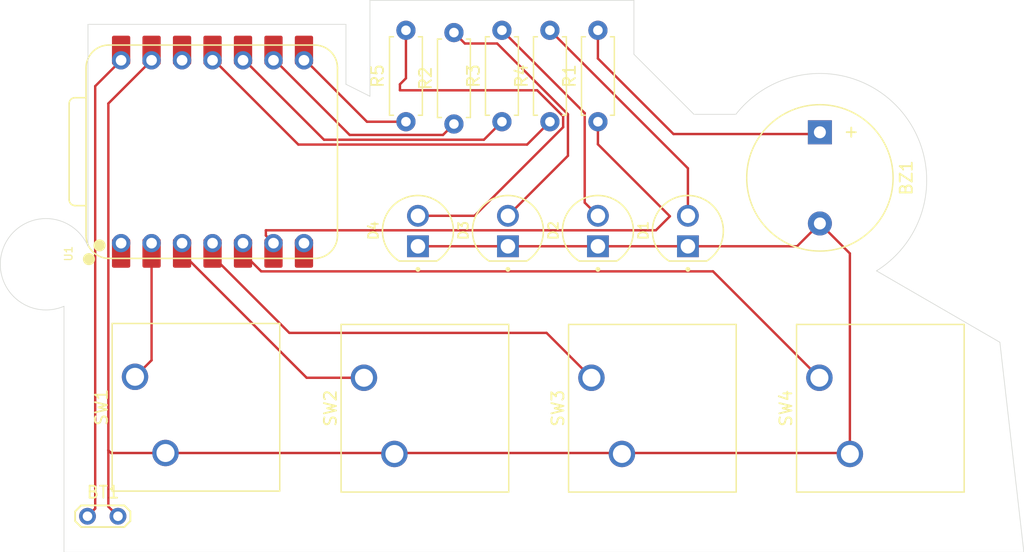
<source format=kicad_pcb>
(kicad_pcb (version 20241229) (generator "pcbnew") (generator_version "9.0")
  (layers (0 "F.Cu" signal) (2 "B.Cu" signal) (13 "F.Paste" user) (15 "B.Paste" user) (5 "F.SilkS" user "F.Silkscreen") (7 "B.SilkS" user "B.Silkscreen") (1 "F.Mask" user) (3 "B.Mask" user) (25 "Edge.Cuts" user))
  (net 0 "")
  (net 1 "Net-(BZ1-+)")
  (net 2 "GND")
  (net 3 "LED 1")
  (net 4 "Net-(D4-PadA)")
  (net 5 "LED 2")
  (net 6 "Net-(D3-PadA)")
  (net 7 "LED 3")
  (net 8 "Net-(D2-PadA)")
  (net 9 "LED 4")
  (net 10 "Net-(D1-PadA)")
  (net 11 "Buzzer")
  (net 12 "Button 1")
  (net 13 "Button 2")
  (net 14 "Button 3")
  (net 15 "Button 4")
  (net 18 "VCC")
  (footprint "Resistor_THT:R_Axial_DIN0207_L6.3mm_D2.5mm_P7.62mm_Horizontal" (layer "F.Cu") (at 131 49.31 90)
    (property "Reference" "R2" (at 3.81 -2.37 90) (layer "F.SilkS"))
    (property "Value" "R")
    (fp_line (start 7.08 -1.37) (end 7.08 -1.04) (stroke (width 0.12)) (layer "F.SilkS"))
    (fp_line (start 0.54 -1.37) (end 7.08 -1.37) (stroke (width 0.12)) (layer "F.SilkS"))
    (fp_line (start 0.54 -1.04) (end 0.54 -1.37) (stroke (width 0.12)) (layer "F.SilkS"))
    (fp_line (start 0.54 1.04) (end 0.54 1.37) (stroke (width 0.12)) (layer "F.SilkS"))
    (fp_line (start 7.08 1.37) (end 7.08 1.04) (stroke (width 0.12)) (layer "F.SilkS"))
    (fp_line (start 0.54 1.37) (end 7.08 1.37) (stroke (width 0.12)) (layer "F.SilkS"))
    (pad "1" thru_hole circle (at 0 0 90) (size 1.6 1.6) (drill 0.8) (layers "*.Cu" "*.Mask") (net 5 "LED 2"))
    (pad "2" thru_hole circle (at 7.62 0 90) (size 1.6 1.6) (drill 0.8) (layers "*.Cu" "*.Mask") (net 6 "Net-(D3-PadA)"))
  )
  (footprint "Button_Switch_Keyboard:SW_Cherry_MX_1.00u_PCB" (layer "F.Cu") (at 142.46 70.46 90)
    (property "Reference" "SW3" (at -2.54 -2.794 90) (layer "F.SilkS"))
    (property "Value" "SW_Push")
    (fp_line (start 4.445 -1.905) (end 4.445 12.065) (stroke (width 0.12)) (layer "F.SilkS"))
    (fp_line (start -9.525 -1.905) (end 4.445 -1.905) (stroke (width 0.12)) (layer "F.SilkS"))
    (fp_line (start 4.445 12.065) (end -9.525 12.065) (stroke (width 0.12)) (layer "F.SilkS"))
    (fp_line (start -9.525 12.065) (end -9.525 -1.905) (stroke (width 0.12)) (layer "F.SilkS"))
    (pad "" np_thru_hole circle (at -7.62 5.08 90) (size 1.7 1.7) (drill 1.7) (layers "*.Cu" "*.Mask"))
    (pad "" np_thru_hole circle (at -2.54 5.08 90) (size 4 4) (drill 4) (layers "*.Cu" "*.Mask"))
    (pad "" np_thru_hole circle (at 2.54 5.08 90) (size 1.7 1.7) (drill 1.7) (layers "*.Cu" "*.Mask"))
    (pad "1" thru_hole circle (at 0 0 90) (size 2.2 2.2) (drill 1.5) (layers "*.Cu" "*.Mask") (net 14 "Button 3"))
    (pad "2" thru_hole circle (at -6.35 2.54 90) (size 2.2 2.2) (drill 1.5) (layers "*.Cu" "*.Mask") (net 2 "GND"))
  )
  (footprint "e390cee6c564169ed6d49fe7a268946ec8897500_l08r5000q1:LEDRD254W57D500H1070" (layer "F.Cu") (at 135.5 58.23 90)
    (property "Reference" "D3" (at 0.04 -3.708 90) (layer "F.SilkS") (effects (font (size 0.8 0.8))))
    (property "Value" "L08R5000Q1" (hide yes))
    (fp_line (start -2.5 -1.566) (end -2.5 1.566) (stroke (width 0.127)) (layer "F.SilkS"))
    (fp_arc (start -2.5 -1.566) (mid 2.961291 0) (end -2.5 1.566) (stroke (width 0.127)) (layer "F.SilkS"))
    (fp_circle (center -3.2 0) (end -3.1 0) (stroke (width 0.2)) (fill no) (layer "F.SilkS"))
    (pad "A" thru_hole circle (at 1.27 0 90) (size 1.815 1.815) (drill 1.21) (layers "*.Cu" "*.Mask") (net 6 "Net-(D3-PadA)"))
    (pad "C" thru_hole rect (at -1.27 0 90) (size 1.815 1.815) (drill 1.21) (layers "*.Cu" "*.Mask") (net 2 "GND"))
  )
  (footprint "Resistor_THT:R_Axial_DIN0207_L6.3mm_D2.5mm_P7.62mm_Horizontal" (layer "F.Cu") (at 127 49.12 90)
    (property "Reference" "R5" (at 3.81 -2.37 90) (layer "F.SilkS"))
    (property "Value" "R")
    (fp_line (start 7.08 -1.37) (end 7.08 -1.04) (stroke (width 0.12)) (layer "F.SilkS"))
    (fp_line (start 0.54 -1.37) (end 7.08 -1.37) (stroke (width 0.12)) (layer "F.SilkS"))
    (fp_line (start 0.54 -1.04) (end 0.54 -1.37) (stroke (width 0.12)) (layer "F.SilkS"))
    (fp_line (start 0.54 1.04) (end 0.54 1.37) (stroke (width 0.12)) (layer "F.SilkS"))
    (fp_line (start 7.08 1.37) (end 7.08 1.04) (stroke (width 0.12)) (layer "F.SilkS"))
    (fp_line (start 0.54 1.37) (end 7.08 1.37) (stroke (width 0.12)) (layer "F.SilkS"))
    (pad "1" thru_hole circle (at 0 0 90) (size 1.6 1.6) (drill 0.8) (layers "*.Cu" "*.Mask") (net 3 "LED 1"))
    (pad "2" thru_hole circle (at 7.62 0 90) (size 1.6 1.6) (drill 0.8) (layers "*.Cu" "*.Mask") (net 4 "Net-(D4-PadA)"))
  )
  (footprint "Button_Switch_Keyboard:SW_Cherry_MX_1.00u_PCB" (layer "F.Cu") (at 123.5 70.46 90)
    (property "Reference" "SW2" (at -2.54 -2.794 90) (layer "F.SilkS"))
    (property "Value" "SW_Push")
    (fp_line (start 4.445 -1.905) (end 4.445 12.065) (stroke (width 0.12)) (layer "F.SilkS"))
    (fp_line (start -9.525 -1.905) (end 4.445 -1.905) (stroke (width 0.12)) (layer "F.SilkS"))
    (fp_line (start 4.445 12.065) (end -9.525 12.065) (stroke (width 0.12)) (layer "F.SilkS"))
    (fp_line (start -9.525 12.065) (end -9.525 -1.905) (stroke (width 0.12)) (layer "F.SilkS"))
    (pad "" np_thru_hole circle (at -7.62 5.08 90) (size 1.7 1.7) (drill 1.7) (layers "*.Cu" "*.Mask"))
    (pad "" np_thru_hole circle (at -2.54 5.08 90) (size 4 4) (drill 4) (layers "*.Cu" "*.Mask"))
    (pad "" np_thru_hole circle (at 2.54 5.08 90) (size 1.7 1.7) (drill 1.7) (layers "*.Cu" "*.Mask"))
    (pad "1" thru_hole circle (at 0 0 90) (size 2.2 2.2) (drill 1.5) (layers "*.Cu" "*.Mask") (net 13 "Button 2"))
    (pad "2" thru_hole circle (at -6.35 2.54 90) (size 2.2 2.2) (drill 1.5) (layers "*.Cu" "*.Mask") (net 2 "GND"))
  )
  (footprint "Resistor_THT:R_Axial_DIN0207_L6.3mm_D2.5mm_P7.62mm_Horizontal" (layer "F.Cu") (at 143 49.12 90)
    (property "Reference" "R1" (at 3.81 -2.37 90) (layer "F.SilkS"))
    (property "Value" "R")
    (fp_line (start 7.08 -1.37) (end 7.08 -1.04) (stroke (width 0.12)) (layer "F.SilkS"))
    (fp_line (start 0.54 -1.37) (end 7.08 -1.37) (stroke (width 0.12)) (layer "F.SilkS"))
    (fp_line (start 0.54 -1.04) (end 0.54 -1.37) (stroke (width 0.12)) (layer "F.SilkS"))
    (fp_line (start 0.54 1.04) (end 0.54 1.37) (stroke (width 0.12)) (layer "F.SilkS"))
    (fp_line (start 7.08 1.37) (end 7.08 1.04) (stroke (width 0.12)) (layer "F.SilkS"))
    (fp_line (start 0.54 1.37) (end 7.08 1.37) (stroke (width 0.12)) (layer "F.SilkS"))
    (pad "1" thru_hole circle (at 0 0 90) (size 1.6 1.6) (drill 0.8) (layers "*.Cu" "*.Mask") (net 11 "Buzzer"))
    (pad "2" thru_hole circle (at 7.62 0 90) (size 1.6 1.6) (drill 0.8) (layers "*.Cu" "*.Mask") (net 1 "Net-(BZ1-+)"))
  )
  (footprint "TestPoint:TestPoint_2Pads_Pitch2.54mm_Drill0.8mm" (layer "F.Cu") (at 100.46 82)
    (property "Reference" "BT1" (at 1.3 -2 0) (layer "F.SilkS"))
    (property "Value" "Battery")
    (fp_line (start -1.03 -0.4) (end -0.53 -0.9) (stroke (width 0.15)) (layer "F.SilkS"))
    (fp_line (start -1.03 0.4) (end -1.03 -0.4) (stroke (width 0.15)) (layer "F.SilkS"))
    (fp_line (start -0.53 -0.9) (end 3.07 -0.9) (stroke (width 0.15)) (layer "F.SilkS"))
    (fp_line (start -0.53 0.9) (end -1.03 0.4) (stroke (width 0.15)) (layer "F.SilkS"))
    (fp_line (start 3.07 -0.9) (end 3.57 -0.4) (stroke (width 0.15)) (layer "F.SilkS"))
    (fp_line (start 3.07 0.9) (end -0.53 0.9) (stroke (width 0.15)) (layer "F.SilkS"))
    (fp_line (start 3.57 -0.4) (end 3.57 0.4) (stroke (width 0.15)) (layer "F.SilkS"))
    (fp_line (start 3.57 0.4) (end 3.07 0.9) (stroke (width 0.15)) (layer "F.SilkS"))
    (pad "1" thru_hole circle (at 0 0) (size 1.4 1.4) (drill 0.8) (layers "*.Cu" "*.Mask") (net 18 "VCC"))
    (pad "2" thru_hole circle (at 2.54 0) (size 1.4 1.4) (drill 0.8) (layers "*.Cu" "*.Mask") (net 2 "GND"))
  )
  (footprint "e390cee6c564169ed6d49fe7a268946ec8897500_l08r5000q1:LEDRD254W57D500H1070" (layer "F.Cu") (at 143 58.23 90)
    (property "Reference" "D2" (at 0.04 -3.708 90) (layer "F.SilkS") (effects (font (size 0.8 0.8))))
    (property "Value" "L08R5000Q1" (hide yes))
    (fp_line (start -2.5 -1.566) (end -2.5 1.566) (stroke (width 0.127)) (layer "F.SilkS"))
    (fp_arc (start -2.5 -1.566) (mid 2.961291 0) (end -2.5 1.566) (stroke (width 0.127)) (layer "F.SilkS"))
    (fp_circle (center -3.2 0) (end -3.1 0) (stroke (width 0.2)) (fill no) (layer "F.SilkS"))
    (pad "A" thru_hole circle (at 1.27 0 90) (size 1.815 1.815) (drill 1.21) (layers "*.Cu" "*.Mask") (net 8 "Net-(D2-PadA)"))
    (pad "C" thru_hole rect (at -1.27 0 90) (size 1.815 1.815) (drill 1.21) (layers "*.Cu" "*.Mask") (net 2 "GND"))
  )
  (footprint "Button_Switch_Keyboard:SW_Cherry_MX_1.00u_PCB" (layer "F.Cu") (at 104.42 70.38 90)
    (property "Reference" "SW1" (at -2.54 -2.794 90) (layer "F.SilkS"))
    (property "Value" "SW_Push")
    (fp_line (start 4.445 -1.905) (end 4.445 12.065) (stroke (width 0.12)) (layer "F.SilkS"))
    (fp_line (start -9.525 -1.905) (end 4.445 -1.905) (stroke (width 0.12)) (layer "F.SilkS"))
    (fp_line (start 4.445 12.065) (end -9.525 12.065) (stroke (width 0.12)) (layer "F.SilkS"))
    (fp_line (start -9.525 12.065) (end -9.525 -1.905) (stroke (width 0.12)) (layer "F.SilkS"))
    (pad "" np_thru_hole circle (at -7.62 5.08 90) (size 1.7 1.7) (drill 1.7) (layers "*.Cu" "*.Mask"))
    (pad "" np_thru_hole circle (at -2.54 5.08 90) (size 4 4) (drill 4) (layers "*.Cu" "*.Mask"))
    (pad "" np_thru_hole circle (at 2.54 5.08 90) (size 1.7 1.7) (drill 1.7) (layers "*.Cu" "*.Mask"))
    (pad "1" thru_hole circle (at 0 0 90) (size 2.2 2.2) (drill 1.5) (layers "*.Cu" "*.Mask") (net 12 "Button 1"))
    (pad "2" thru_hole circle (at -6.35 2.54 90) (size 2.2 2.2) (drill 1.5) (layers "*.Cu" "*.Mask") (net 2 "GND"))
  )
  (footprint "Buzzer_Beeper:Buzzer_12x9.5RM7.6" (layer "F.Cu") (at 161.5 50 -90)
    (property "Reference" "BZ1" (at 3.8 -7.2 90) (layer "F.SilkS"))
    (property "Value" "Buzzer")
    (fp_circle (center 3.8 0) (end 9.9 0) (stroke (width 0.12)) (fill no) (layer "F.SilkS"))
    (fp_text user "+" (at -0.01 -2.54 90) (layer "F.SilkS"))
    (pad "1" thru_hole rect (at 0 0 270) (size 2 2) (drill 1) (layers "*.Cu" "*.Mask") (net 1 "Net-(BZ1-+)"))
    (pad "2" thru_hole circle (at 7.6 0 270) (size 2 2) (drill 1) (layers "*.Cu" "*.Mask") (net 2 "GND"))
  )
  (footprint "footprints:XIAO-RP2040-DIP" (layer "F.Cu") (at 110.88 51.62 90)
    (property "Reference" "U1" (at -8.5 -12 90) (layer "F.SilkS") (effects (font (size 0.635 0.635) (thickness 0.1016))))
    (property "Value" "XIAO-RP2040-DIP")
    (fp_line (start -3.991272 -11.951) (end 4.004 -11.951) (stroke (width 0.127)) (layer "F.SilkS"))
    (fp_line (start 4.504 -11.451) (end 4.504 -10.541) (stroke (width 0.127)) (layer "F.SilkS"))
    (fp_line (start 6.985 -10.541) (end -6.985 -10.541) (stroke (width 0.1)) (layer "F.SilkS"))
    (fp_line (start 6.985 -10.541) (end -6.985 -10.541) (stroke (width 0.127)) (layer "F.SilkS"))
    (fp_line (start -4.495 -10.541) (end -4.491272 -11.451272) (stroke (width 0.127)) (layer "F.SilkS"))
    (fp_line (start 8.89 8.509) (end 8.89 -8.636) (stroke (width 0.127)) (layer "F.SilkS"))
    (fp_line (start -8.89 8.509) (end -8.89 -8.636) (stroke (width 0.127)) (layer "F.SilkS"))
    (fp_line (start -6.985 10.414) (end 6.985 10.414) (stroke (width 0.127)) (layer "F.SilkS"))
    (fp_arc (start 4.004 -11.951) (mid 4.357553 -11.804553) (end 4.504 -11.451) (stroke (width 0.127)) (layer "F.SilkS"))
    (fp_arc (start -4.491272 -11.451272) (mid -4.344728 -11.80464) (end -3.991272 -11.951) (stroke (width 0.127)) (layer "F.SilkS"))
    (fp_arc (start 6.985 -10.541) (mid 8.332038 -9.983038) (end 8.89 -8.636) (stroke (width 0.127)) (layer "F.SilkS"))
    (fp_arc (start -8.89 -8.636) (mid -8.332038 -9.983038) (end -6.985 -10.541) (stroke (width 0.127)) (layer "F.SilkS"))
    (fp_arc (start 8.89 8.509) (mid 8.332038 9.856038) (end 6.985 10.414) (stroke (width 0.127)) (layer "F.SilkS"))
    (fp_arc (start -6.985 10.414) (mid -8.332038 9.856038) (end -8.89 8.509) (stroke (width 0.127)) (layer "F.SilkS"))
    (fp_circle (center -8.95 -10.3) (end -8.95 -10.554) (stroke (width 0.5)) (fill yes) (layer "F.SilkS"))
    (fp_circle (center -7.807 -9.42) (end -7.807 -9.674) (stroke (width 0.5)) (fill yes) (layer "F.SilkS"))
    (pad "1" smd roundrect (at -8.455 -7.62 270) (size 2.432 1.524) (layers "F.Cu" "F.Mask") (roundrect_rratio 0.1))
    (pad "1" thru_hole circle (at -7.62 -7.62 270) (size 1.524 1.524) (drill 0.889) (layers "*.Cu" "*.Mask"))
    (pad "2" smd roundrect (at -8.455 -5.08 270) (size 2.432 1.524) (layers "F.Cu" "F.Mask") (roundrect_rratio 0.1) (net 12 "Button 1"))
    (pad "2" thru_hole circle (at -7.62 -5.08 270) (size 1.524 1.524) (drill 0.889) (layers "*.Cu" "*.Mask") (net 12 "Button 1"))
    (pad "3" smd roundrect (at -8.455 -2.54 270) (size 2.432 1.524) (layers "F.Cu" "F.Mask") (roundrect_rratio 0.1) (net 13 "Button 2"))
    (pad "3" thru_hole circle (at -7.62 -2.54 270) (size 1.524 1.524) (drill 0.889) (layers "*.Cu" "*.Mask") (net 13 "Button 2"))
    (pad "4" smd roundrect (at -8.455 0 270) (size 2.432 1.524) (layers "F.Cu" "F.Mask") (roundrect_rratio 0.1) (net 14 "Button 3"))
    (pad "4" thru_hole circle (at -7.62 0 270) (size 1.524 1.524) (drill 0.889) (layers "*.Cu" "*.Mask") (net 14 "Button 3"))
    (pad "5" smd roundrect (at -8.455 2.54 270) (size 2.432 1.524) (layers "F.Cu" "F.Mask") (roundrect_rratio 0.1) (net 15 "Button 4"))
    (pad "5" thru_hole circle (at -7.62 2.54 270) (size 1.524 1.524) (drill 0.889) (layers "*.Cu" "*.Mask") (net 15 "Button 4"))
    (pad "6" smd roundrect (at -8.455 5.08 270) (size 2.432 1.524) (layers "F.Cu" "F.Mask") (roundrect_rratio 0.1) (net 11 "Buzzer"))
    (pad "6" thru_hole circle (at -7.62 5.08 270) (size 1.524 1.524) (drill 0.889) (layers "*.Cu" "*.Mask") (net 11 "Buzzer"))
    (pad "7" smd roundrect (at -8.455 7.62 270) (size 2.432 1.524) (layers "F.Cu" "F.Mask") (roundrect_rratio 0.1))
    (pad "7" thru_hole circle (at -7.62 7.62 270) (size 1.524 1.524) (drill 0.889) (layers "*.Cu" "*.Mask"))
    (pad "8" thru_hole circle (at 7.62 7.62 90) (size 1.524 1.524) (drill 0.889) (layers "*.Cu" "*.Mask") (net 3 "LED 1"))
    (pad "8" smd roundrect (at 8.455 7.62 90) (size 2.432 1.524) (layers "F.Cu" "F.Mask") (roundrect_rratio 0.1) (net 3 "LED 1"))
    (pad "9" thru_hole circle (at 7.62 5.08 90) (size 1.524 1.524) (drill 0.889) (layers "*.Cu" "*.Mask") (net 5 "LED 2"))
    (pad "9" smd roundrect (at 8.455 5.08 90) (size 2.432 1.524) (layers "F.Cu" "F.Mask") (roundrect_rratio 0.1) (net 5 "LED 2"))
    (pad "10" thru_hole circle (at 7.62 2.54 90) (size 1.524 1.524) (drill 0.889) (layers "*.Cu" "*.Mask") (net 7 "LED 3"))
    (pad "10" smd roundrect (at 8.455 2.54 90) (size 2.432 1.524) (layers "F.Cu" "F.Mask") (roundrect_rratio 0.1) (net 7 "LED 3"))
    (pad "11" thru_hole circle (at 7.62 0 90) (size 1.524 1.524) (drill 0.889) (layers "*.Cu" "*.Mask") (net 9 "LED 4"))
    (pad "11" smd roundrect (at 8.455 0 90) (size 2.432 1.524) (layers "F.Cu" "F.Mask") (roundrect_rratio 0.1) (net 9 "LED 4"))
    (pad "12" thru_hole circle (at 7.62 -2.54 90) (size 1.524 1.524) (drill 0.889) (layers "*.Cu" "*.Mask"))
    (pad "12" smd roundrect (at 8.455 -2.54 90) (size 2.432 1.524) (layers "F.Cu" "F.Mask") (roundrect_rratio 0.1))
    (pad "13" thru_hole circle (at 7.62 -5.08 90) (size 1.524 1.524) (drill 0.889) (layers "*.Cu" "*.Mask") (net 2 "GND"))
    (pad "13" smd roundrect (at 8.455 -5.08 90) (size 2.432 1.524) (layers "F.Cu" "F.Mask") (roundrect_rratio 0.1) (net 2 "GND"))
    (pad "14" thru_hole circle (at 7.62 -7.62 90) (size 1.524 1.524) (drill 0.889) (layers "*.Cu" "*.Mask") (net 18 "VCC"))
    (pad "14" smd roundrect (at 8.455 -7.62 90) (size 2.432 1.524) (layers "F.Cu" "F.Mask") (roundrect_rratio 0.1) (net 18 "VCC"))
  )
  (footprint "e390cee6c564169ed6d49fe7a268946ec8897500_l08r5000q1:LEDRD254W57D500H1070" (layer "F.Cu") (at 150.5 58.23 90)
    (property "Reference" "D1" (at 0.04 -3.708 90) (layer "F.SilkS") (effects (font (size 0.8 0.8))))
    (property "Value" "L08R5000Q1" (hide yes))
    (fp_line (start -2.5 -1.566) (end -2.5 1.566) (stroke (width 0.127)) (layer "F.SilkS"))
    (fp_arc (start -2.5 -1.566) (mid 2.961291 0) (end -2.5 1.566) (stroke (width 0.127)) (layer "F.SilkS"))
    (fp_circle (center -3.2 0) (end -3.1 0) (stroke (width 0.2)) (fill no) (layer "F.SilkS"))
    (pad "A" thru_hole circle (at 1.27 0 90) (size 1.815 1.815) (drill 1.21) (layers "*.Cu" "*.Mask") (net 10 "Net-(D1-PadA)"))
    (pad "C" thru_hole rect (at -1.27 0 90) (size 1.815 1.815) (drill 1.21) (layers "*.Cu" "*.Mask") (net 2 "GND"))
  )
  (footprint "e390cee6c564169ed6d49fe7a268946ec8897500_l08r5000q1:LEDRD254W57D500H1070" (layer "F.Cu") (at 128 58.23 90)
    (property "Reference" "D4" (at 0.04 -3.708 90) (layer "F.SilkS") (effects (font (size 0.8 0.8))))
    (property "Value" "L08R5000Q1" (hide yes))
    (fp_line (start -2.5 -1.566) (end -2.5 1.566) (stroke (width 0.127)) (layer "F.SilkS"))
    (fp_arc (start -2.5 -1.566) (mid 2.961291 0) (end -2.5 1.566) (stroke (width 0.127)) (layer "F.SilkS"))
    (fp_circle (center -3.2 0) (end -3.1 0) (stroke (width 0.2)) (fill no) (layer "F.SilkS"))
    (pad "A" thru_hole circle (at 1.27 0 90) (size 1.815 1.815) (drill 1.21) (layers "*.Cu" "*.Mask") (net 4 "Net-(D4-PadA)"))
    (pad "C" thru_hole rect (at -1.27 0 90) (size 1.815 1.815) (drill 1.21) (layers "*.Cu" "*.Mask") (net 2 "GND"))
  )
  (footprint "MountingHole:MountingHole_2.5mm" (layer "F.Cu") (at 97 61)
    (property "Reference" "REF**" (hide yes))
    (property "Value" "MountingHole_2.5mm" (hide yes))
    (pad "" np_thru_hole circle (at 0 0) (size 2.5 2.5) (drill 2.5) (layers "*.Cu" "*.Mask"))
  )
  (footprint "Resistor_THT:R_Axial_DIN0207_L6.3mm_D2.5mm_P7.62mm_Horizontal" (layer "F.Cu") (at 139 49.12 90)
    (property "Reference" "R4" (at 3.81 -2.37 90) (layer "F.SilkS"))
    (property "Value" "R")
    (fp_line (start 7.08 -1.37) (end 7.08 -1.04) (stroke (width 0.12)) (layer "F.SilkS"))
    (fp_line (start 0.54 -1.37) (end 7.08 -1.37) (stroke (width 0.12)) (layer "F.SilkS"))
    (fp_line (start 0.54 -1.04) (end 0.54 -1.37) (stroke (width 0.12)) (layer "F.SilkS"))
    (fp_line (start 0.54 1.04) (end 0.54 1.37) (stroke (width 0.12)) (layer "F.SilkS"))
    (fp_line (start 7.08 1.37) (end 7.08 1.04) (stroke (width 0.12)) (layer "F.SilkS"))
    (fp_line (start 0.54 1.37) (end 7.08 1.37) (stroke (width 0.12)) (layer "F.SilkS"))
    (pad "1" thru_hole circle (at 0 0 90) (size 1.6 1.6) (drill 0.8) (layers "*.Cu" "*.Mask") (net 9 "LED 4"))
    (pad "2" thru_hole circle (at 7.62 0 90) (size 1.6 1.6) (drill 0.8) (layers "*.Cu" "*.Mask") (net 10 "Net-(D1-PadA)"))
  )
  (footprint "Button_Switch_Keyboard:SW_Cherry_MX_1.00u_PCB" (layer "F.Cu") (at 161.46 70.46 90)
    (property "Reference" "SW4" (at -2.54 -2.794 90) (layer "F.SilkS"))
    (property "Value" "SW_Push")
    (fp_line (start 4.445 -1.905) (end 4.445 12.065) (stroke (width 0.12)) (layer "F.SilkS"))
    (fp_line (start -9.525 -1.905) (end 4.445 -1.905) (stroke (width 0.12)) (layer "F.SilkS"))
    (fp_line (start 4.445 12.065) (end -9.525 12.065) (stroke (width 0.12)) (layer "F.SilkS"))
    (fp_line (start -9.525 12.065) (end -9.525 -1.905) (stroke (width 0.12)) (layer "F.SilkS"))
    (pad "" np_thru_hole circle (at -7.62 5.08 90) (size 1.7 1.7) (drill 1.7) (layers "*.Cu" "*.Mask"))
    (pad "" np_thru_hole circle (at -2.54 5.08 90) (size 4 4) (drill 4) (layers "*.Cu" "*.Mask"))
    (pad "" np_thru_hole circle (at 2.54 5.08 90) (size 1.7 1.7) (drill 1.7) (layers "*.Cu" "*.Mask"))
    (pad "1" thru_hole circle (at 0 0 90) (size 2.2 2.2) (drill 1.5) (layers "*.Cu" "*.Mask") (net 15 "Button 4"))
    (pad "2" thru_hole circle (at -6.35 2.54 90) (size 2.2 2.2) (drill 1.5) (layers "*.Cu" "*.Mask") (net 2 "GND"))
  )
  (footprint "Resistor_THT:R_Axial_DIN0207_L6.3mm_D2.5mm_P7.62mm_Horizontal" (layer "F.Cu") (at 135 49.12 90)
    (property "Reference" "R3" (at 3.81 -2.37 90) (layer "F.SilkS"))
    (property "Value" "R")
    (fp_line (start 7.08 -1.37) (end 7.08 -1.04) (stroke (width 0.12)) (layer "F.SilkS"))
    (fp_line (start 0.54 -1.37) (end 7.08 -1.37) (stroke (width 0.12)) (layer "F.SilkS"))
    (fp_line (start 0.54 -1.04) (end 0.54 -1.37) (stroke (width 0.12)) (layer "F.SilkS"))
    (fp_line (start 0.54 1.04) (end 0.54 1.37) (stroke (width 0.12)) (layer "F.SilkS"))
    (fp_line (start 7.08 1.37) (end 7.08 1.04) (stroke (width 0.12)) (layer "F.SilkS"))
    (fp_line (start 0.54 1.37) (end 7.08 1.37) (stroke (width 0.12)) (layer "F.SilkS"))
    (pad "1" thru_hole circle (at 0 0 90) (size 1.6 1.6) (drill 0.8) (layers "*.Cu" "*.Mask") (net 7 "LED 3"))
    (pad "2" thru_hole circle (at 7.62 0 90) (size 1.6 1.6) (drill 0.8) (layers "*.Cu" "*.Mask") (net 8 "Net-(D2-PadA)"))
  )
  (gr_arc (start 98.5 64.5) (mid 93.464466 59.585786) (end 100.5 59.5) (stroke (width 0.05)) (layer "Edge.Cuts"))
  (gr_line (start 146 39) (end 146 43.5) (stroke (width 0.05)) (layer "Edge.Cuts"))
  (gr_line (start 124 47) (end 124 39) (stroke (width 0.05)) (layer "Edge.Cuts"))
  (gr_line (start 122 46) (end 124 47) (stroke (width 0.05)) (layer "Edge.Cuts"))
  (gr_arc (start 154.5 48.5) (mid 168.123546 48.052006) (end 166.218181 61.54909) (stroke (width 0.05)) (layer "Edge.Cuts"))
  (gr_line (start 122 41) (end 122 46) (stroke (width 0.05)) (layer "Edge.Cuts"))
  (gr_line (start 151 48.5) (end 154.5 48.500002) (stroke (width 0.05)) (layer "Edge.Cuts"))
  (gr_line (start 100.5 41) (end 122 41) (stroke (width 0.05)) (layer "Edge.Cuts"))
  (gr_line (start 98.5 64.499999) (end 98.5 85) (stroke (width 0.05)) (layer "Edge.Cuts"))
  (gr_line (start 124 39) (end 146 39) (stroke (width 0.05)) (layer "Edge.Cuts"))
  (gr_line (start 166.218181 61.549089) (end 176.5 67.5) (stroke (width 0.05)) (layer "Edge.Cuts"))
  (gr_line (start 176.5 67.5) (end 178.5 85) (stroke (width 0.05)) (layer "Edge.Cuts"))
  (gr_line (start 178.5 85) (end 98.5 85) (stroke (width 0.05)) (layer "Edge.Cuts"))
  (gr_line (start 146 43.5) (end 151 48.5) (stroke (width 0.05)) (layer "Edge.Cuts"))
  (gr_line (start 100.5 59.500002) (end 100.5 41) (stroke (width 0.05)) (layer "Edge.Cuts"))
  (segment (start 143 41.5) (end 143 43.849942) (width 0.2) (layer "F.Cu") (net 1))
  (segment (start 161.352923 50.147077) (end 161.5 50) (width 0.2) (layer "F.Cu") (net 1))
  (segment (start 143 43.849942) (end 149.297135 50.147077) (width 0.2) (layer "F.Cu") (net 1))
  (segment (start 149.297135 50.147077) (end 161.352923 50.147077) (width 0.2) (layer "F.Cu") (net 1))
  (segment (start 102.427 76.73) (end 106.96 76.73) (width 0.2) (layer "F.Cu") (net 2))
  (segment (start 128 59.5) (end 159.6 59.5) (width 0.2) (layer "F.Cu") (net 2))
  (segment (start 164 76.81) (end 164 60.1) (width 0.2) (layer "F.Cu") (net 2))
  (segment (start 163.92 76.73) (end 164 76.81) (width 0.2) (layer "F.Cu") (net 2))
  (segment (start 102.197 47.603) (end 105.8 44) (width 0.2) (layer "F.Cu") (net 2))
  (segment (start 102.197 81.197) (end 103 82) (width 0.2) (layer "F.Cu") (net 2))
  (segment (start 159.6 59.5) (end 161.5 57.6) (width 0.2) (layer "F.Cu") (net 2))
  (segment (start 102.197 47.603) (end 102.197 76.5) (width 0.2) (layer "F.Cu") (net 2))
  (segment (start 102.197 76.5) (end 102.427 76.73) (width 0.2) (layer "F.Cu") (net 2))
  (segment (start 102.197 76.5) (end 102.197 81.197) (width 0.2) (layer "F.Cu") (net 2))
  (segment (start 164 60.1) (end 161.5 57.6) (width 0.2) (layer "F.Cu") (net 2))
  (segment (start 106.96 76.73) (end 163.92 76.73) (width 0.2) (layer "F.Cu") (net 2))
  (segment (start 123.7485 49.12) (end 127 49.12) (width 0.2) (layer "F.Cu") (net 3))
  (segment (start 118.3885 43.76) (end 123.7485 49.12) (width 0.2) (layer "F.Cu") (net 3))
  (segment (start 126.5 46) (end 127 45.5) (width 0.2) (layer "F.Cu") (net 4))
  (segment (start 137.93705 46.5) (end 126.5 46.5) (width 0.2) (layer "F.Cu") (net 4))
  (segment (start 128 56.96) (end 132.71705 56.96) (width 0.2) (layer "F.Cu") (net 4))
  (segment (start 127 45.5) (end 127 41.5) (width 0.2) (layer "F.Cu") (net 4))
  (segment (start 140.101 48.66395) (end 137.93705 46.5) (width 0.2) (layer "F.Cu") (net 4))
  (segment (start 140.101 49.57605) (end 140.101 48.66395) (width 0.2) (layer "F.Cu") (net 4))
  (segment (start 126.5 46.5) (end 126.5 46) (width 0.2) (layer "F.Cu") (net 4))
  (segment (start 132.71705 56.96) (end 140.101 49.57605) (width 0.2) (layer "F.Cu") (net 4))
  (segment (start 122.3095 50.221) (end 130.089 50.221) (width 0.2) (layer "F.Cu") (net 5))
  (segment (start 115.8485 43.76) (end 122.3095 50.221) (width 0.2) (layer "F.Cu") (net 5))
  (segment (start 130.089 50.221) (end 131 49.31) (width 0.2) (layer "F.Cu") (net 5))
  (segment (start 131.911 42.601) (end 131 41.69) (width 0.2) (layer "F.Cu") (net 6))
  (segment (start 134.60515 42.601) (end 131.911 42.601) (width 0.2) (layer "F.Cu") (net 6))
  (segment (start 135.5 56.96) (end 140.502 51.958) (width 0.2) (layer "F.Cu") (net 6))
  (segment (start 140.502 48.49785) (end 134.60515 42.601) (width 0.2) (layer "F.Cu") (net 6))
  (segment (start 140.502 51.958) (end 140.502 48.49785) (width 0.2) (layer "F.Cu") (net 6))
  (segment (start 113.3085 43.76) (end 120.1705 50.622) (width 0.2) (layer "F.Cu") (net 7))
  (segment (start 133.498 50.622) (end 135 49.12) (width 0.2) (layer "F.Cu") (net 7))
  (segment (start 120.1705 50.622) (end 133.498 50.622) (width 0.2) (layer "F.Cu") (net 7))
  (segment (start 143 56.96) (end 141.899 55.859) (width 0.2) (layer "F.Cu") (net 8))
  (segment (start 141.899 48.399) (end 135 41.5) (width 0.2) (layer "F.Cu") (net 8))
  (segment (start 141.899 55.859) (end 141.899 48.399) (width 0.2) (layer "F.Cu") (net 8))
  (segment (start 118.0315 51.023) (end 137.097 51.023) (width 0.2) (layer "F.Cu") (net 9))
  (segment (start 110.7685 43.76) (end 118.0315 51.023) (width 0.2) (layer "F.Cu") (net 9))
  (segment (start 137.097 51.023) (end 139 49.12) (width 0.2) (layer "F.Cu") (net 9))
  (segment (start 150.5 56.96) (end 150.5 53) (width 0.2) (layer "F.Cu") (net 10))
  (segment (start 150.5 53) (end 139 41.5) (width 0.2) (layer "F.Cu") (net 10))
  (segment (start 115.96 59.24) (end 115.3265 58.6065) (width 0.2) (layer "F.Cu") (net 11))
  (segment (start 115.3265 58.1685) (end 147.8315 58.1685) (width 0.2) (layer "F.Cu") (net 11))
  (segment (start 149 57) (end 143 51) (width 0.2) (layer "F.Cu") (net 11))
  (segment (start 115.3265 58.6065) (end 115.3265 58.1685) (width 0.2) (layer "F.Cu") (net 11))
  (segment (start 147.8315 58.1685) (end 149 57) (width 0.2) (layer "F.Cu") (net 11))
  (segment (start 143 51) (end 143 49.12) (width 0.2) (layer "F.Cu") (net 11))
  (segment (start 105.8 60.075) (end 105.8 59.24) (width 0.2) (layer "F.Cu") (net 12))
  (segment (start 105.8 60.075) (end 105.8 69) (width 0.2) (layer "F.Cu") (net 12))
  (segment (start 105.8 69) (end 104.42 70.38) (width 0.2) (layer "F.Cu") (net 12))
  (segment (start 108.34 59.24) (end 108.34 60.31763) (width 0.2) (layer "F.Cu") (net 13))
  (segment (start 118.725 70.46) (end 123.5 70.46) (width 0.2) (layer "F.Cu") (net 13))
  (segment (start 108.34 60.075) (end 118.725 70.46) (width 0.2) (layer "F.Cu") (net 13))
  (segment (start 117.28137 66.719) (end 138.719 66.719) (width 0.2) (layer "F.Cu") (net 14))
  (segment (start 110.88 60.31763) (end 117.28137 66.719) (width 0.2) (layer "F.Cu") (net 14))
  (segment (start 110.88 59.24) (end 110.88 60.31763) (width 0.2) (layer "F.Cu") (net 14))
  (segment (start 138.719 66.719) (end 142.46 70.46) (width 0.2) (layer "F.Cu") (net 14))
  (segment (start 113.42 60.075) (end 114.937 61.592) (width 0.2) (layer "F.Cu") (net 15))
  (segment (start 114.937 61.592) (end 152.592 61.592) (width 0.2) (layer "F.Cu") (net 15))
  (segment (start 152.592 61.592) (end 161.46 70.46) (width 0.2) (layer "F.Cu") (net 15))
  (segment (start 103.26 44) (end 101.101 46.159) (width 0.2) (layer "F.Cu") (net 18))
  (segment (start 101.101 46.159) (end 101.101 81.359) (width 0.2) (layer "F.Cu") (net 18))
  (segment (start 101.101 81.359) (end 100.46 82) (width 0.2) (layer "F.Cu") (net 18))
)
</source>
